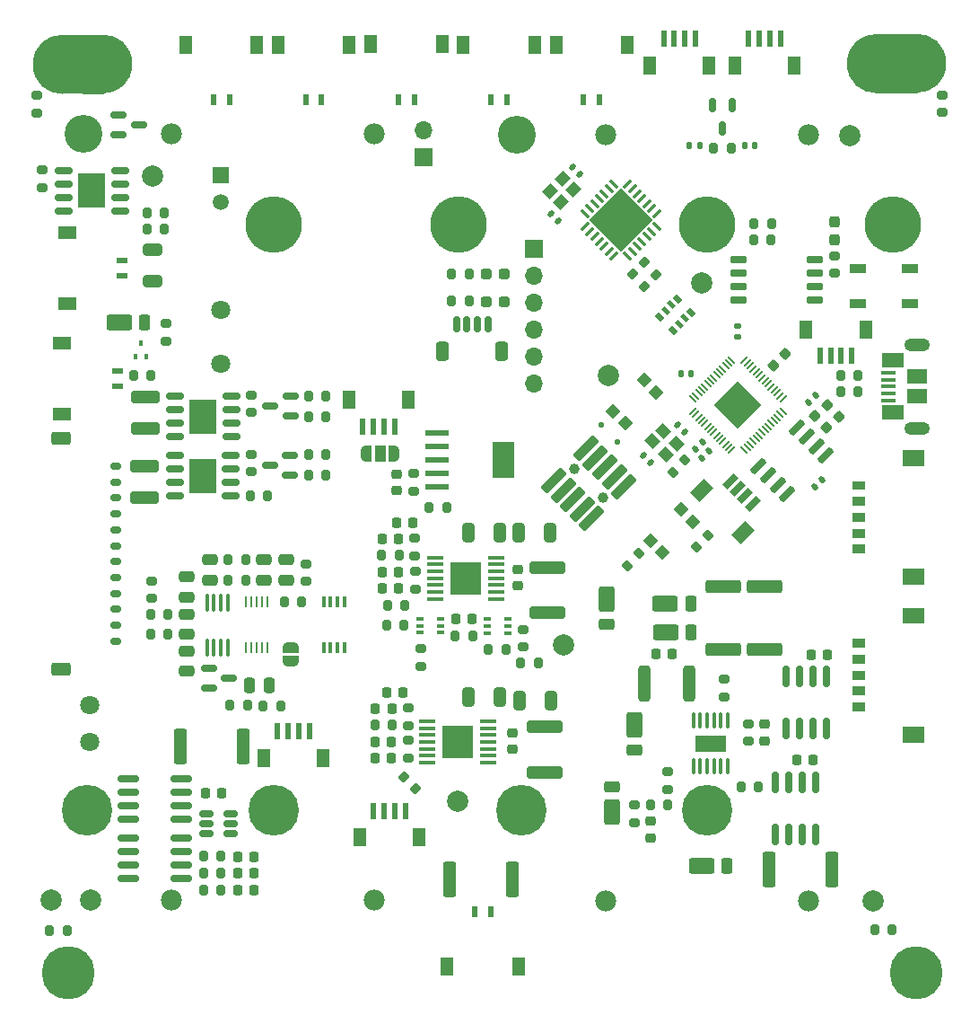
<source format=gbr>
%TF.GenerationSoftware,KiCad,Pcbnew,8.0.2-1*%
%TF.CreationDate,2024-06-12T20:01:09-07:00*%
%TF.ProjectId,battery_board_v3b,62617474-6572-4795-9f62-6f6172645f76,rev?*%
%TF.SameCoordinates,Original*%
%TF.FileFunction,Soldermask,Top*%
%TF.FilePolarity,Negative*%
%FSLAX46Y46*%
G04 Gerber Fmt 4.6, Leading zero omitted, Abs format (unit mm)*
G04 Created by KiCad (PCBNEW 8.0.2-1) date 2024-06-12 20:01:09*
%MOMM*%
%LPD*%
G01*
G04 APERTURE LIST*
G04 Aperture macros list*
%AMRoundRect*
0 Rectangle with rounded corners*
0 $1 Rounding radius*
0 $2 $3 $4 $5 $6 $7 $8 $9 X,Y pos of 4 corners*
0 Add a 4 corners polygon primitive as box body*
4,1,4,$2,$3,$4,$5,$6,$7,$8,$9,$2,$3,0*
0 Add four circle primitives for the rounded corners*
1,1,$1+$1,$2,$3*
1,1,$1+$1,$4,$5*
1,1,$1+$1,$6,$7*
1,1,$1+$1,$8,$9*
0 Add four rect primitives between the rounded corners*
20,1,$1+$1,$2,$3,$4,$5,0*
20,1,$1+$1,$4,$5,$6,$7,0*
20,1,$1+$1,$6,$7,$8,$9,0*
20,1,$1+$1,$8,$9,$2,$3,0*%
%AMRotRect*
0 Rectangle, with rotation*
0 The origin of the aperture is its center*
0 $1 length*
0 $2 width*
0 $3 Rotation angle, in degrees counterclockwise*
0 Add horizontal line*
21,1,$1,$2,0,0,$3*%
%AMFreePoly0*
4,1,19,0.550000,-0.750000,0.000000,-0.750000,0.000000,-0.744911,-0.071157,-0.744911,-0.207708,-0.704816,-0.327430,-0.627875,-0.420627,-0.520320,-0.479746,-0.390866,-0.500000,-0.250000,-0.500000,0.250000,-0.479746,0.390866,-0.420627,0.520320,-0.327430,0.627875,-0.207708,0.704816,-0.071157,0.744911,0.000000,0.744911,0.000000,0.750000,0.550000,0.750000,0.550000,-0.750000,0.550000,-0.750000,
$1*%
%AMFreePoly1*
4,1,19,0.000000,0.744911,0.071157,0.744911,0.207708,0.704816,0.327430,0.627875,0.420627,0.520320,0.479746,0.390866,0.500000,0.250000,0.500000,-0.250000,0.479746,-0.390866,0.420627,-0.520320,0.327430,-0.627875,0.207708,-0.704816,0.071157,-0.744911,0.000000,-0.744911,0.000000,-0.750000,-0.550000,-0.750000,-0.550000,0.750000,0.000000,0.750000,0.000000,0.744911,0.000000,0.744911,
$1*%
%AMFreePoly2*
4,1,19,0.500000,-0.750000,0.000000,-0.750000,0.000000,-0.744911,-0.071157,-0.744911,-0.207708,-0.704816,-0.327430,-0.627875,-0.420627,-0.520320,-0.479746,-0.390866,-0.500000,-0.250000,-0.500000,0.250000,-0.479746,0.390866,-0.420627,0.520320,-0.327430,0.627875,-0.207708,0.704816,-0.071157,0.744911,0.000000,0.744911,0.000000,0.750000,0.500000,0.750000,0.500000,-0.750000,0.500000,-0.750000,
$1*%
%AMFreePoly3*
4,1,19,0.000000,0.744911,0.071157,0.744911,0.207708,0.704816,0.327430,0.627875,0.420627,0.520320,0.479746,0.390866,0.500000,0.250000,0.500000,-0.250000,0.479746,-0.390866,0.420627,-0.520320,0.327430,-0.627875,0.207708,-0.704816,0.071157,-0.744911,0.000000,-0.744911,0.000000,-0.750000,-0.500000,-0.750000,-0.500000,0.750000,0.000000,0.750000,0.000000,0.744911,0.000000,0.744911,
$1*%
G04 Aperture macros list end*
%ADD10C,0.150000*%
%ADD11C,0.010000*%
%ADD12RoundRect,0.200000X0.275000X-0.200000X0.275000X0.200000X-0.275000X0.200000X-0.275000X-0.200000X0*%
%ADD13RotRect,0.600000X1.550000X135.000000*%
%ADD14RotRect,1.200000X1.800000X135.000000*%
%ADD15C,5.000000*%
%ADD16RoundRect,0.225000X-0.225000X-0.250000X0.225000X-0.250000X0.225000X0.250000X-0.225000X0.250000X0*%
%ADD17RoundRect,0.250000X-1.450000X0.312500X-1.450000X-0.312500X1.450000X-0.312500X1.450000X0.312500X0*%
%ADD18C,2.000000*%
%ADD19R,1.500000X0.900000*%
%ADD20RoundRect,0.150000X0.825000X0.150000X-0.825000X0.150000X-0.825000X-0.150000X0.825000X-0.150000X0*%
%ADD21RoundRect,0.150000X0.150000X0.625000X-0.150000X0.625000X-0.150000X-0.625000X0.150000X-0.625000X0*%
%ADD22RoundRect,0.250000X0.350000X0.650000X-0.350000X0.650000X-0.350000X-0.650000X0.350000X-0.650000X0*%
%ADD23R,0.650000X0.400000*%
%ADD24RoundRect,0.200000X-0.200000X-0.275000X0.200000X-0.275000X0.200000X0.275000X-0.200000X0.275000X0*%
%ADD25RoundRect,0.150000X0.662500X0.150000X-0.662500X0.150000X-0.662500X-0.150000X0.662500X-0.150000X0*%
%ADD26R,2.514000X3.200000*%
%ADD27RoundRect,0.150000X-0.512500X-0.150000X0.512500X-0.150000X0.512500X0.150000X-0.512500X0.150000X0*%
%ADD28RoundRect,0.140000X-0.021213X0.219203X-0.219203X0.021213X0.021213X-0.219203X0.219203X-0.021213X0*%
%ADD29R,0.600000X1.000000*%
%ADD30R,1.250000X1.800000*%
%ADD31RoundRect,0.140000X-0.219203X-0.021213X-0.021213X-0.219203X0.219203X0.021213X0.021213X0.219203X0*%
%ADD32RoundRect,0.200000X0.200000X0.275000X-0.200000X0.275000X-0.200000X-0.275000X0.200000X-0.275000X0*%
%ADD33RoundRect,0.225000X-0.250000X0.225000X-0.250000X-0.225000X0.250000X-0.225000X0.250000X0.225000X0*%
%ADD34RotRect,0.800000X0.500000X135.000000*%
%ADD35RotRect,0.800000X0.400000X135.000000*%
%ADD36RoundRect,0.250000X-0.650000X0.325000X-0.650000X-0.325000X0.650000X-0.325000X0.650000X0.325000X0*%
%ADD37RoundRect,0.200000X0.335876X0.053033X0.053033X0.335876X-0.335876X-0.053033X-0.053033X-0.335876X0*%
%ADD38RoundRect,0.225000X0.250000X-0.225000X0.250000X0.225000X-0.250000X0.225000X-0.250000X-0.225000X0*%
%ADD39RoundRect,0.250000X-0.475000X0.250000X-0.475000X-0.250000X0.475000X-0.250000X0.475000X0.250000X0*%
%ADD40RoundRect,0.150000X0.150000X-0.825000X0.150000X0.825000X-0.150000X0.825000X-0.150000X-0.825000X0*%
%ADD41R,2.200000X0.600000*%
%ADD42R,2.150000X3.450000*%
%ADD43RoundRect,0.150000X0.406586X0.618718X-0.618718X-0.406586X-0.406586X-0.618718X0.618718X0.406586X0*%
%ADD44RoundRect,0.050800X0.000000X0.636396X-0.636396X0.000000X0.000000X-0.636396X0.636396X0.000000X0*%
%ADD45RoundRect,0.225000X0.225000X0.250000X-0.225000X0.250000X-0.225000X-0.250000X0.225000X-0.250000X0*%
%ADD46RoundRect,0.050800X0.000000X-0.636396X0.636396X0.000000X0.000000X0.636396X-0.636396X0.000000X0*%
%ADD47RoundRect,0.150000X-0.662500X-0.150000X0.662500X-0.150000X0.662500X0.150000X-0.662500X0.150000X0*%
%ADD48RoundRect,0.150000X0.587500X0.150000X-0.587500X0.150000X-0.587500X-0.150000X0.587500X-0.150000X0*%
%ADD49RoundRect,0.250000X0.362500X1.425000X-0.362500X1.425000X-0.362500X-1.425000X0.362500X-1.425000X0*%
%ADD50RoundRect,0.250000X0.325000X0.650000X-0.325000X0.650000X-0.325000X-0.650000X0.325000X-0.650000X0*%
%ADD51R,1.700000X1.700000*%
%ADD52O,1.700000X1.700000*%
%ADD53R,0.600000X1.550000*%
%ADD54R,1.200000X1.800000*%
%ADD55C,1.800000*%
%ADD56R,3.000000X3.100000*%
%ADD57RoundRect,0.100000X-0.687500X-0.100000X0.687500X-0.100000X0.687500X0.100000X-0.687500X0.100000X0*%
%ADD58RoundRect,0.200000X0.053033X-0.335876X0.335876X-0.053033X-0.053033X0.335876X-0.335876X0.053033X0*%
%ADD59RoundRect,0.237500X-0.237500X0.287500X-0.237500X-0.287500X0.237500X-0.287500X0.237500X0.287500X0*%
%ADD60RoundRect,0.250000X-0.362500X-1.425000X0.362500X-1.425000X0.362500X1.425000X-0.362500X1.425000X0*%
%ADD61RoundRect,0.250000X-0.500000X0.950000X-0.500000X-0.950000X0.500000X-0.950000X0.500000X0.950000X0*%
%ADD62RoundRect,0.250000X-0.500000X0.275000X-0.500000X-0.275000X0.500000X-0.275000X0.500000X0.275000X0*%
%ADD63RoundRect,0.250000X0.950000X0.500000X-0.950000X0.500000X-0.950000X-0.500000X0.950000X-0.500000X0*%
%ADD64RoundRect,0.250000X0.275000X0.500000X-0.275000X0.500000X-0.275000X-0.500000X0.275000X-0.500000X0*%
%ADD65RoundRect,0.140000X0.219203X0.021213X0.021213X0.219203X-0.219203X-0.021213X-0.021213X-0.219203X0*%
%ADD66RoundRect,0.125000X0.176777X0.000000X0.000000X0.176777X-0.176777X0.000000X0.000000X-0.176777X0*%
%ADD67RoundRect,0.150000X-0.150000X0.512500X-0.150000X-0.512500X0.150000X-0.512500X0.150000X0.512500X0*%
%ADD68RoundRect,0.150000X-0.150000X0.825000X-0.150000X-0.825000X0.150000X-0.825000X0.150000X0.825000X0*%
%ADD69RoundRect,0.250000X-0.325000X-0.650000X0.325000X-0.650000X0.325000X0.650000X-0.325000X0.650000X0*%
%ADD70RoundRect,0.200000X-0.053033X0.335876X-0.335876X0.053033X0.053033X-0.335876X0.335876X-0.053033X0*%
%ADD71RoundRect,0.237500X-0.287500X-0.237500X0.287500X-0.237500X0.287500X0.237500X-0.287500X0.237500X0*%
%ADD72R,0.400000X0.510000*%
%ADD73RoundRect,0.250000X-1.425000X0.362500X-1.425000X-0.362500X1.425000X-0.362500X1.425000X0.362500X0*%
%ADD74RoundRect,0.200000X-0.275000X0.200000X-0.275000X-0.200000X0.275000X-0.200000X0.275000X0.200000X0*%
%ADD75R,1.000000X0.600000*%
%ADD76R,1.800000X1.250000*%
%ADD77RoundRect,0.100000X0.100000X-0.712500X0.100000X0.712500X-0.100000X0.712500X-0.100000X-0.712500X0*%
%ADD78RoundRect,0.150000X-0.650000X-0.150000X0.650000X-0.150000X0.650000X0.150000X-0.650000X0.150000X0*%
%ADD79RoundRect,0.150000X-0.587500X-0.150000X0.587500X-0.150000X0.587500X0.150000X-0.587500X0.150000X0*%
%ADD80FreePoly0,0.000000*%
%ADD81R,1.000000X1.500000*%
%ADD82FreePoly1,0.000000*%
%ADD83RoundRect,0.250000X1.100000X-0.325000X1.100000X0.325000X-1.100000X0.325000X-1.100000X-0.325000X0*%
%ADD84RoundRect,0.140000X0.170000X-0.140000X0.170000X0.140000X-0.170000X0.140000X-0.170000X-0.140000X0*%
%ADD85RoundRect,0.250000X1.425000X-0.362500X1.425000X0.362500X-1.425000X0.362500X-1.425000X-0.362500X0*%
%ADD86RoundRect,0.140000X-0.140000X-0.170000X0.140000X-0.170000X0.140000X0.170000X-0.140000X0.170000X0*%
%ADD87R,1.380000X0.450000*%
%ADD88O,2.416000X1.208000*%
%ADD89R,2.100000X1.475000*%
%ADD90R,1.900000X1.375000*%
%ADD91RoundRect,0.250000X0.500000X-0.950000X0.500000X0.950000X-0.500000X0.950000X-0.500000X-0.950000X0*%
%ADD92RoundRect,0.250000X0.500000X-0.275000X0.500000X0.275000X-0.500000X0.275000X-0.500000X-0.275000X0*%
%ADD93RoundRect,0.140000X0.140000X0.170000X-0.140000X0.170000X-0.140000X-0.170000X0.140000X-0.170000X0*%
%ADD94RoundRect,0.050000X-0.309359X0.238649X0.238649X-0.309359X0.309359X-0.238649X-0.238649X0.309359X0*%
%ADD95RoundRect,0.050000X-0.309359X-0.238649X-0.238649X-0.309359X0.309359X0.238649X0.238649X0.309359X0*%
%ADD96RotRect,3.200000X3.200000X315.000000*%
%ADD97RoundRect,0.250000X0.475000X-0.250000X0.475000X0.250000X-0.475000X0.250000X-0.475000X-0.250000X0*%
%ADD98R,0.250000X1.100000*%
%ADD99RoundRect,0.250000X-0.312500X-1.450000X0.312500X-1.450000X0.312500X1.450000X-0.312500X1.450000X0*%
%ADD100RoundRect,0.075000X0.362392X-0.256326X-0.256326X0.362392X-0.362392X0.256326X0.256326X-0.362392X0*%
%ADD101RoundRect,0.075000X0.362392X0.256326X0.256326X0.362392X-0.362392X-0.256326X-0.256326X-0.362392X0*%
%ADD102RotRect,4.250000X4.250000X135.000000*%
%ADD103C,1.000000*%
%ADD104RoundRect,0.050800X1.187939X0.650538X0.650538X1.187939X-1.187939X-0.650538X-0.650538X-1.187939X0*%
%ADD105RoundRect,0.150000X-0.350000X0.150000X-0.350000X-0.150000X0.350000X-0.150000X0.350000X0.150000X0*%
%ADD106RoundRect,0.250000X-0.650000X0.375000X-0.650000X-0.375000X0.650000X-0.375000X0.650000X0.375000X0*%
%ADD107R,1.508000X1.508000*%
%ADD108C,1.508000*%
%ADD109R,0.400000X1.100000*%
%ADD110RoundRect,0.225000X0.017678X-0.335876X0.335876X-0.017678X-0.017678X0.335876X-0.335876X0.017678X0*%
%ADD111RoundRect,0.225000X-0.335876X-0.017678X-0.017678X-0.335876X0.335876X0.017678X0.017678X0.335876X0*%
%ADD112RoundRect,0.100000X0.100000X-0.625000X0.100000X0.625000X-0.100000X0.625000X-0.100000X-0.625000X0*%
%ADD113R,2.850000X1.650000*%
%ADD114RotRect,1.150000X1.000000X315.000000*%
%ADD115RoundRect,0.250000X-0.250000X-0.475000X0.250000X-0.475000X0.250000X0.475000X-0.250000X0.475000X0*%
%ADD116RoundRect,0.140000X0.021213X-0.219203X0.219203X-0.021213X-0.021213X0.219203X-0.219203X0.021213X0*%
%ADD117RotRect,1.150000X1.000000X225.000000*%
%ADD118FreePoly2,270.000000*%
%ADD119FreePoly3,270.000000*%
%ADD120C,4.770000*%
%ADD121C,5.325000*%
%ADD122C,3.570000*%
%ADD123C,1.980000*%
G04 APERTURE END LIST*
D10*
X193457397Y-45800000D02*
G75*
G02*
X188042603Y-45800000I-2707397J0D01*
G01*
X188042603Y-45800000D02*
G75*
G02*
X193457397Y-45800000I2707397J0D01*
G01*
X190750000Y-48496747D02*
X194550000Y-48503254D01*
X113942531Y-48568739D02*
X117742531Y-48575246D01*
X197242408Y-45774702D02*
G75*
G02*
X191857592Y-45774702I-2692408J0D01*
G01*
X191857592Y-45774702D02*
G75*
G02*
X197242408Y-45774702I2692408J0D01*
G01*
X116649928Y-45871992D02*
G75*
G02*
X111235134Y-45871992I-2707397J0D01*
G01*
X111235134Y-45871992D02*
G75*
G02*
X116649928Y-45871992I2707397J0D01*
G01*
X120434939Y-45846694D02*
G75*
G02*
X115050123Y-45846694I-2692408J0D01*
G01*
X115050123Y-45846694D02*
G75*
G02*
X120434939Y-45846694I2692408J0D01*
G01*
X194600000Y-43096747D02*
X190800000Y-43103254D01*
X117792531Y-43168739D02*
X113992531Y-43175246D01*
D11*
%TO.C,J14*%
X189606200Y-100776200D02*
X188453800Y-100776200D01*
X188453800Y-100023800D01*
X189606200Y-100023800D01*
X189606200Y-100776200D01*
G36*
X189606200Y-100776200D02*
G01*
X188453800Y-100776200D01*
X188453800Y-100023800D01*
X189606200Y-100023800D01*
X189606200Y-100776200D01*
G37*
X189606200Y-102276200D02*
X188453800Y-102276200D01*
X188453800Y-101523800D01*
X189606200Y-101523800D01*
X189606200Y-102276200D01*
G36*
X189606200Y-102276200D02*
G01*
X188453800Y-102276200D01*
X188453800Y-101523800D01*
X189606200Y-101523800D01*
X189606200Y-102276200D01*
G37*
X189606200Y-103776200D02*
X188453800Y-103776200D01*
X188453800Y-103023800D01*
X189606200Y-103023800D01*
X189606200Y-103776200D01*
G36*
X189606200Y-103776200D02*
G01*
X188453800Y-103776200D01*
X188453800Y-103023800D01*
X189606200Y-103023800D01*
X189606200Y-103776200D01*
G37*
X189606200Y-105276200D02*
X188453800Y-105276200D01*
X188453800Y-104523800D01*
X189606200Y-104523800D01*
X189606200Y-105276200D01*
G36*
X189606200Y-105276200D02*
G01*
X188453800Y-105276200D01*
X188453800Y-104523800D01*
X189606200Y-104523800D01*
X189606200Y-105276200D01*
G37*
X189606200Y-106776200D02*
X188453800Y-106776200D01*
X188453800Y-106023800D01*
X189606200Y-106023800D01*
X189606200Y-106776200D01*
G36*
X189606200Y-106776200D02*
G01*
X188453800Y-106776200D01*
X188453800Y-106023800D01*
X189606200Y-106023800D01*
X189606200Y-106776200D01*
G37*
X195196200Y-98496200D02*
X193243800Y-98496200D01*
X193243800Y-97093800D01*
X195196200Y-97093800D01*
X195196200Y-98496200D01*
G36*
X195196200Y-98496200D02*
G01*
X193243800Y-98496200D01*
X193243800Y-97093800D01*
X195196200Y-97093800D01*
X195196200Y-98496200D01*
G37*
X195196200Y-109706200D02*
X193243800Y-109706200D01*
X193243800Y-108303800D01*
X195196200Y-108303800D01*
X195196200Y-109706200D01*
G36*
X195196200Y-109706200D02*
G01*
X193243800Y-109706200D01*
X193243800Y-108303800D01*
X195196200Y-108303800D01*
X195196200Y-109706200D01*
G37*
%TO.C,J15*%
X189616200Y-85906200D02*
X188463800Y-85906200D01*
X188463800Y-85153800D01*
X189616200Y-85153800D01*
X189616200Y-85906200D01*
G36*
X189616200Y-85906200D02*
G01*
X188463800Y-85906200D01*
X188463800Y-85153800D01*
X189616200Y-85153800D01*
X189616200Y-85906200D01*
G37*
X189616200Y-87406200D02*
X188463800Y-87406200D01*
X188463800Y-86653800D01*
X189616200Y-86653800D01*
X189616200Y-87406200D01*
G36*
X189616200Y-87406200D02*
G01*
X188463800Y-87406200D01*
X188463800Y-86653800D01*
X189616200Y-86653800D01*
X189616200Y-87406200D01*
G37*
X189616200Y-88906200D02*
X188463800Y-88906200D01*
X188463800Y-88153800D01*
X189616200Y-88153800D01*
X189616200Y-88906200D01*
G36*
X189616200Y-88906200D02*
G01*
X188463800Y-88906200D01*
X188463800Y-88153800D01*
X189616200Y-88153800D01*
X189616200Y-88906200D01*
G37*
X189616200Y-90406200D02*
X188463800Y-90406200D01*
X188463800Y-89653800D01*
X189616200Y-89653800D01*
X189616200Y-90406200D01*
G36*
X189616200Y-90406200D02*
G01*
X188463800Y-90406200D01*
X188463800Y-89653800D01*
X189616200Y-89653800D01*
X189616200Y-90406200D01*
G37*
X189616200Y-91906200D02*
X188463800Y-91906200D01*
X188463800Y-91153800D01*
X189616200Y-91153800D01*
X189616200Y-91906200D01*
G36*
X189616200Y-91906200D02*
G01*
X188463800Y-91906200D01*
X188463800Y-91153800D01*
X189616200Y-91153800D01*
X189616200Y-91906200D01*
G37*
X195206200Y-83626200D02*
X193253800Y-83626200D01*
X193253800Y-82223800D01*
X195206200Y-82223800D01*
X195206200Y-83626200D01*
G36*
X195206200Y-83626200D02*
G01*
X193253800Y-83626200D01*
X193253800Y-82223800D01*
X195206200Y-82223800D01*
X195206200Y-83626200D01*
G37*
X195206200Y-94836200D02*
X193253800Y-94836200D01*
X193253800Y-93433800D01*
X195206200Y-93433800D01*
X195206200Y-94836200D01*
G36*
X195206200Y-94836200D02*
G01*
X193253800Y-94836200D01*
X193253800Y-93433800D01*
X195206200Y-93433800D01*
X195206200Y-94836200D01*
G37*
%TD*%
D12*
%TO.C,R57*%
X186790000Y-65585000D03*
X186790000Y-63935000D03*
%TD*%
D13*
%TO.C,J21*%
X179057577Y-87283744D03*
X178350470Y-86576637D03*
X177643363Y-85869530D03*
X176936256Y-85162423D03*
D14*
X178191371Y-89988427D03*
X174231573Y-86028629D03*
%TD*%
D15*
%TO.C,*%
X194500000Y-131530000D03*
%TD*%
D16*
%TO.C,C1*%
X144082500Y-90615000D03*
X145632500Y-90615000D03*
%TD*%
D17*
%TO.C,L3*%
X159440000Y-108330000D03*
X159440000Y-112605000D03*
%TD*%
D18*
%TO.C,TP6*%
X122428000Y-56388000D03*
%TD*%
D19*
%TO.C,LED1*%
X193870000Y-68420000D03*
X193870000Y-65120000D03*
X188970000Y-65120000D03*
X188970000Y-68420000D03*
%TD*%
D20*
%TO.C,Q2*%
X125124999Y-122585000D03*
X125124999Y-121315000D03*
X125124999Y-120045000D03*
X125124999Y-118775000D03*
X120174999Y-118775000D03*
X120174999Y-120045000D03*
X120174999Y-121315000D03*
X120174999Y-122585000D03*
%TD*%
D21*
%TO.C,J27*%
X154110000Y-70395000D03*
X153110000Y-70395000D03*
X152110000Y-70395000D03*
X151110000Y-70395000D03*
D22*
X155410000Y-72920000D03*
X149810000Y-72920000D03*
%TD*%
D23*
%TO.C,Q3*%
X154057500Y-98180000D03*
X154057500Y-98830000D03*
X154057500Y-99480000D03*
X155957500Y-99480000D03*
X155957500Y-98830000D03*
X155957500Y-98180000D03*
%TD*%
D24*
%TO.C,R4*%
X127225000Y-120530000D03*
X128875000Y-120530000D03*
%TD*%
D25*
%TO.C,Q9*%
X129840002Y-86574999D03*
X129840002Y-85304999D03*
X129840002Y-84034999D03*
X129840002Y-82764999D03*
X124565002Y-82764999D03*
X124565002Y-84034999D03*
X124565002Y-85304999D03*
X124565002Y-86574999D03*
D26*
X127202502Y-84669999D03*
%TD*%
D27*
%TO.C,U1*%
X127542500Y-116500000D03*
X127542500Y-117450000D03*
X127542500Y-118400000D03*
X129817500Y-118400000D03*
X129817500Y-117450000D03*
X129817500Y-116500000D03*
%TD*%
D28*
%TO.C,C31*%
X185639411Y-85060589D03*
X184960589Y-85739411D03*
%TD*%
D29*
%TO.C,J7*%
X155870000Y-49225000D03*
X154370000Y-49225000D03*
D30*
X158475000Y-44035000D03*
X151765000Y-44035000D03*
%TD*%
D31*
%TO.C,C20*%
X171960589Y-79870589D03*
X172639411Y-80549411D03*
%TD*%
D32*
%TO.C,FB3*%
X131215000Y-94502499D03*
X129565000Y-94502499D03*
%TD*%
%TO.C,R19*%
X133285000Y-86564998D03*
X131635000Y-86564998D03*
%TD*%
D33*
%TO.C,C40*%
X180220000Y-108085000D03*
X180220000Y-109635000D03*
%TD*%
D12*
%TO.C,R60*%
X123750000Y-71955000D03*
X123750000Y-70305000D03*
%TD*%
D34*
%TO.C,R48*%
X171537868Y-70934924D03*
D35*
X172103553Y-70369239D03*
X172669239Y-69803553D03*
D34*
X173234924Y-69237868D03*
X171962132Y-67965076D03*
D35*
X171396447Y-68530761D03*
X170830761Y-69096447D03*
D34*
X170265076Y-69662132D03*
%TD*%
D29*
%TO.C,J8*%
X164610000Y-49245000D03*
X163110000Y-49245000D03*
D30*
X167215000Y-44055000D03*
X160505000Y-44055000D03*
%TD*%
D36*
%TO.C,C50*%
X122430000Y-63325000D03*
X122430000Y-66275000D03*
%TD*%
D32*
%TO.C,R31*%
X180825000Y-60880000D03*
X179175000Y-60880000D03*
%TD*%
D24*
%TO.C,R43*%
X169415000Y-115690000D03*
X171065000Y-115690000D03*
%TD*%
D37*
%TO.C,R40*%
X169963503Y-65683595D03*
X168796777Y-64516869D03*
%TD*%
D38*
%TO.C,C13*%
X145467500Y-86055000D03*
X145467500Y-84505000D03*
%TD*%
D39*
%TO.C,C18*%
X125665000Y-97682499D03*
X125665000Y-99582499D03*
%TD*%
D40*
%TO.C,U14*%
X182215000Y-108495000D03*
X183485000Y-108495000D03*
X184755000Y-108495000D03*
X186025000Y-108495000D03*
X186025000Y-103545000D03*
X184755000Y-103545000D03*
X183485000Y-103545000D03*
X182215000Y-103545000D03*
%TD*%
D41*
%TO.C,U6*%
X149270000Y-80630000D03*
X149270000Y-81900000D03*
X149270000Y-83170000D03*
X149270000Y-84440000D03*
X149270000Y-85710000D03*
D42*
X155570000Y-83170000D03*
%TD*%
D43*
%TO.C,U13*%
X185957838Y-82766238D03*
X185059813Y-81868213D03*
X184161787Y-80970187D03*
X183263762Y-80072162D03*
X179622162Y-83713762D03*
X180520187Y-84611787D03*
X181418213Y-85509813D03*
X182316238Y-86407838D03*
%TD*%
D44*
%TO.C,SW1*%
X167046117Y-79685254D03*
X169945254Y-76786117D03*
X165914746Y-78553883D03*
X168813883Y-75654746D03*
%TD*%
D24*
%TO.C,FB1*%
X132890000Y-106322499D03*
X134540000Y-106322499D03*
%TD*%
D45*
%TO.C,C49*%
X144995000Y-109710000D03*
X143445000Y-109710000D03*
%TD*%
D46*
%TO.C,SW2*%
X172313883Y-87844746D03*
X169414746Y-90743883D03*
X173445254Y-88976117D03*
X170546117Y-91875254D03*
%TD*%
D12*
%TO.C,R59*%
X112050000Y-57485000D03*
X112050000Y-55835000D03*
%TD*%
D18*
%TO.C,TP1*%
X161250000Y-100590000D03*
%TD*%
D16*
%TO.C,C12*%
X151052500Y-98160000D03*
X152602500Y-98160000D03*
%TD*%
%TO.C,C43*%
X144535000Y-105100000D03*
X146085000Y-105100000D03*
%TD*%
D47*
%TO.C,Q11*%
X114075000Y-55860000D03*
X114075000Y-57130000D03*
X114075000Y-58400000D03*
X114075000Y-59670000D03*
X119350000Y-59670000D03*
X119350000Y-58400000D03*
X119350000Y-57130000D03*
X119350000Y-55860000D03*
D26*
X116712500Y-57765000D03*
%TD*%
D38*
%TO.C,C6*%
X156907500Y-95015000D03*
X156907500Y-93465000D03*
%TD*%
D48*
%TO.C,Q7*%
X135407501Y-84619998D03*
X135407501Y-82719998D03*
X133532501Y-83669998D03*
%TD*%
D18*
%TO.C,TP2*%
X116620000Y-124620000D03*
%TD*%
D24*
%TO.C,R54*%
X187340000Y-76720000D03*
X188990000Y-76720000D03*
%TD*%
D49*
%TO.C,R1*%
X130962500Y-110200000D03*
X125037500Y-110200000D03*
%TD*%
D50*
%TO.C,C46*%
X155185000Y-105500000D03*
X152235000Y-105500000D03*
%TD*%
D51*
%TO.C,J25*%
X158440000Y-63220000D03*
D52*
X158440000Y-65760000D03*
X158440000Y-68300000D03*
X158440000Y-70840000D03*
X158440000Y-73380000D03*
X158440000Y-75920000D03*
%TD*%
D53*
%TO.C,J20*%
X173670000Y-43475000D03*
X172670000Y-43475000D03*
X171670000Y-43475000D03*
X170670000Y-43475000D03*
D54*
X174970000Y-46000000D03*
X169370000Y-46000000D03*
%TD*%
D12*
%TO.C,R62*%
X111540000Y-50465000D03*
X111540000Y-48815000D03*
%TD*%
D55*
%TO.C,J18*%
X116500000Y-109750000D03*
X116500000Y-106250000D03*
%TD*%
D56*
%TO.C,U3*%
X151977500Y-94300000D03*
D57*
X149115000Y-92350000D03*
X149115000Y-93000000D03*
X149115000Y-93650000D03*
X149115000Y-94300000D03*
X149115000Y-94950000D03*
X149115000Y-95600000D03*
X149115000Y-96250000D03*
X154840000Y-96250000D03*
X154840000Y-95600000D03*
X154840000Y-94950000D03*
X154840000Y-94300000D03*
X154840000Y-93650000D03*
X154840000Y-93000000D03*
X154840000Y-92350000D03*
%TD*%
D58*
%TO.C,R45*%
X173716637Y-91403363D03*
X174883363Y-90236637D03*
%TD*%
D51*
%TO.C,J1*%
X147990000Y-54600000D03*
D52*
X147990000Y-52060000D03*
%TD*%
D12*
%TO.C,R52*%
X178650000Y-109685000D03*
X178650000Y-108035000D03*
%TD*%
D32*
%TO.C,R10*%
X155762500Y-101060000D03*
X154112500Y-101060000D03*
%TD*%
D39*
%TO.C,C27*%
X132924999Y-92572500D03*
X132924999Y-94472500D03*
%TD*%
D24*
%TO.C,R53*%
X187340000Y-75180000D03*
X188990000Y-75180000D03*
%TD*%
D32*
%TO.C,R9*%
X122302500Y-75170000D03*
X120652500Y-75170000D03*
%TD*%
D58*
%TO.C,R36*%
X167200000Y-93110000D03*
X168366726Y-91943274D03*
%TD*%
D59*
%TO.C,D10*%
X186770000Y-62435000D03*
X186770000Y-60685000D03*
%TD*%
D60*
%TO.C,R49*%
X180597500Y-121770000D03*
X186522500Y-121770000D03*
%TD*%
D61*
%TO.C,D11*%
X165800000Y-116350000D03*
D62*
X165800000Y-113975000D03*
%TD*%
D63*
%TO.C,D4*%
X174250000Y-121420000D03*
D64*
X176625000Y-121420000D03*
%TD*%
D65*
%TO.C,C21*%
X169389411Y-83379411D03*
X168710589Y-82700589D03*
%TD*%
D66*
%TO.C,D8*%
X164772183Y-79872183D03*
X166327817Y-81427817D03*
%TD*%
D67*
%TO.C,D5*%
X177130000Y-49675000D03*
X175230000Y-49675000D03*
X176180000Y-51950000D03*
%TD*%
D68*
%TO.C,U12*%
X185025000Y-113555000D03*
X183755000Y-113555000D03*
X182485000Y-113555000D03*
X181215000Y-113555000D03*
X181215000Y-118505000D03*
X182485000Y-118505000D03*
X183755000Y-118505000D03*
X185025000Y-118505000D03*
%TD*%
D69*
%TO.C,C45*%
X157045000Y-105820000D03*
X159995000Y-105820000D03*
%TD*%
D12*
%TO.C,R6*%
X147137500Y-92210000D03*
X147137500Y-90560000D03*
%TD*%
D70*
%TO.C,R38*%
X172683363Y-83136637D03*
X171516637Y-84303363D03*
%TD*%
D71*
%TO.C,D2*%
X155670000Y-68240000D03*
X153920000Y-68240000D03*
%TD*%
D72*
%TO.C,Q4*%
X120841957Y-73425562D03*
X121841957Y-73425562D03*
X121341957Y-72135562D03*
%TD*%
D73*
%TO.C,R55*%
X176250000Y-95137500D03*
X176250000Y-101062500D03*
%TD*%
D24*
%TO.C,R37*%
X129760000Y-106302499D03*
X131410000Y-106302499D03*
%TD*%
D74*
%TO.C,R25*%
X147057500Y-84455000D03*
X147057500Y-86105000D03*
%TD*%
D24*
%TO.C,R26*%
X148552500Y-87640000D03*
X150202500Y-87640000D03*
%TD*%
D18*
%TO.C,TP9*%
X151200000Y-115300000D03*
%TD*%
D31*
%TO.C,C35*%
X160049866Y-59984315D03*
X160728688Y-60663137D03*
%TD*%
D75*
%TO.C,J10*%
X119570000Y-64340000D03*
X119570000Y-65840000D03*
D76*
X114380000Y-61735000D03*
X114380000Y-68445000D03*
%TD*%
D33*
%TO.C,C34*%
X169450000Y-117235000D03*
X169450000Y-118785000D03*
%TD*%
D29*
%TO.C,J5*%
X138390000Y-49192500D03*
X136890000Y-49192500D03*
D30*
X140995000Y-44002500D03*
X134285000Y-44002500D03*
%TD*%
D31*
%TO.C,C36*%
X162036836Y-55564897D03*
X162715658Y-56243719D03*
%TD*%
D39*
%TO.C,C16*%
X135085000Y-92592499D03*
X135085000Y-94492499D03*
%TD*%
D77*
%TO.C,U9*%
X127570000Y-100835000D03*
X128220000Y-100835000D03*
X128870000Y-100835000D03*
X129520000Y-100835000D03*
X129520000Y-96610000D03*
X128870000Y-96610000D03*
X128220000Y-96610000D03*
X127570000Y-96610000D03*
%TD*%
D32*
%TO.C,R47*%
X179615000Y-114000000D03*
X177965000Y-114000000D03*
%TD*%
D28*
%TO.C,C33*%
X174339411Y-81460589D03*
X173660589Y-82139411D03*
%TD*%
D50*
%TO.C,C4*%
X155225000Y-90000000D03*
X152275000Y-90000000D03*
%TD*%
D45*
%TO.C,C7*%
X131995000Y-123720000D03*
X130445000Y-123720000D03*
%TD*%
D12*
%TO.C,R20*%
X146540000Y-111260000D03*
X146540000Y-109610000D03*
%TD*%
D28*
%TO.C,C26*%
X185009411Y-77030589D03*
X184330589Y-77709411D03*
%TD*%
D24*
%TO.C,R12*%
X151012500Y-99750000D03*
X152662500Y-99750000D03*
%TD*%
D32*
%TO.C,R22*%
X138817501Y-82669999D03*
X137167501Y-82669999D03*
%TD*%
D78*
%TO.C,U8*%
X177720000Y-64275000D03*
X177720000Y-65545000D03*
X177720000Y-66815000D03*
X177720000Y-68085000D03*
X184920000Y-68085000D03*
X184920000Y-66815000D03*
X184920000Y-65545000D03*
X184920000Y-64275000D03*
%TD*%
D63*
%TO.C,D6*%
X170850000Y-99400000D03*
D64*
X173225000Y-99400000D03*
%TD*%
D12*
%TO.C,R15*%
X147777500Y-102595000D03*
X147777500Y-100945000D03*
%TD*%
D24*
%TO.C,R30*%
X121915000Y-59840000D03*
X123565000Y-59840000D03*
%TD*%
%TO.C,R56*%
X179155000Y-62450000D03*
X180805000Y-62450000D03*
%TD*%
D12*
%TO.C,R1043*%
X167900000Y-117325000D03*
X167900000Y-115675000D03*
%TD*%
D18*
%TO.C,TP8*%
X165470000Y-75160000D03*
%TD*%
D45*
%TO.C,C10*%
X145622500Y-95260000D03*
X144072500Y-95260000D03*
%TD*%
D23*
%TO.C,Q5*%
X149587500Y-99440000D03*
X149587500Y-98790000D03*
X149587500Y-98140000D03*
X147687500Y-98140000D03*
X147687500Y-98790000D03*
X147687500Y-99440000D03*
%TD*%
D48*
%TO.C,Q6*%
X135440002Y-79039999D03*
X135440002Y-77139999D03*
X133565002Y-78089999D03*
%TD*%
D32*
%TO.C,FB2*%
X131210000Y-92552500D03*
X129560000Y-92552500D03*
%TD*%
D45*
%TO.C,C11*%
X145627500Y-93730000D03*
X144077500Y-93730000D03*
%TD*%
D79*
%TO.C,U10*%
X127767500Y-102802500D03*
X127767500Y-104702500D03*
X129642500Y-103752500D03*
%TD*%
D45*
%TO.C,C8*%
X132015001Y-120540000D03*
X130465001Y-120540000D03*
%TD*%
D32*
%TO.C,R64*%
X114375000Y-127540000D03*
X112725000Y-127540000D03*
%TD*%
%TO.C,R3*%
X128885000Y-123740000D03*
X127235000Y-123740000D03*
%TD*%
%TO.C,R29*%
X123555000Y-61400000D03*
X121905000Y-61400000D03*
%TD*%
D53*
%TO.C,J16*%
X137250000Y-108725000D03*
X136250000Y-108725000D03*
X135250000Y-108725000D03*
X134250000Y-108725000D03*
D54*
X138550000Y-111250000D03*
X132950000Y-111250000D03*
%TD*%
D24*
%TO.C,R13*%
X157182500Y-102260000D03*
X158832500Y-102260000D03*
%TD*%
D16*
%TO.C,C44*%
X143455000Y-106620000D03*
X145005000Y-106620000D03*
%TD*%
D18*
%TO.C,TP5*%
X188260000Y-52580000D03*
%TD*%
D16*
%TO.C,C42*%
X184575000Y-101520000D03*
X186125000Y-101520000D03*
%TD*%
D80*
%TO.C,JP1*%
X142607500Y-82550000D03*
D81*
X143907500Y-82550000D03*
D82*
X145207500Y-82550000D03*
%TD*%
D45*
%TO.C,C9*%
X132005000Y-122090000D03*
X130455000Y-122090000D03*
%TD*%
D83*
%TO.C,C14*%
X121732500Y-80184998D03*
X121732500Y-77234998D03*
%TD*%
D84*
%TO.C,C29*%
X177630000Y-71530000D03*
X177630000Y-70570000D03*
%TD*%
D85*
%TO.C,R50*%
X180200000Y-101062500D03*
X180200000Y-95137500D03*
%TD*%
D86*
%TO.C,C37*%
X178297500Y-53492500D03*
X179257500Y-53492500D03*
%TD*%
D37*
%TO.C,R61*%
X147283363Y-114183363D03*
X146116637Y-113016637D03*
%TD*%
D87*
%TO.C,J24*%
X191890000Y-74947500D03*
X191890000Y-75597500D03*
X191890000Y-76247500D03*
X191890000Y-76897500D03*
X191890000Y-77547500D03*
D88*
X194550000Y-80197500D03*
D89*
X192250000Y-78710000D03*
D90*
X194550000Y-77185000D03*
X194550000Y-75310000D03*
D89*
X192250000Y-73785000D03*
D88*
X194550000Y-72297500D03*
%TD*%
D38*
%TO.C,C47*%
X156380000Y-110455000D03*
X156380000Y-108905000D03*
%TD*%
D12*
%TO.C,R63*%
X196970000Y-50395000D03*
X196970000Y-48745000D03*
%TD*%
D91*
%TO.C,D7*%
X167900000Y-108100000D03*
D92*
X167900000Y-110475000D03*
%TD*%
D74*
%TO.C,R27*%
X131742501Y-77054999D03*
X131742501Y-78704999D03*
%TD*%
D16*
%TO.C,C2*%
X145447500Y-89075000D03*
X146997500Y-89075000D03*
%TD*%
D32*
%TO.C,R39*%
X152310000Y-68160000D03*
X150660000Y-68160000D03*
%TD*%
D24*
%TO.C,R23*%
X137147502Y-79059999D03*
X138797502Y-79059999D03*
%TD*%
D56*
%TO.C,U5*%
X151250000Y-109750000D03*
D57*
X148387500Y-107800000D03*
X148387500Y-108450000D03*
X148387500Y-109100000D03*
X148387500Y-109750000D03*
X148387500Y-110400000D03*
X148387500Y-111050000D03*
X148387500Y-111700000D03*
X154112500Y-111700000D03*
X154112500Y-111050000D03*
X154112500Y-110400000D03*
X154112500Y-109750000D03*
X154112500Y-109100000D03*
X154112500Y-108450000D03*
X154112500Y-107800000D03*
%TD*%
D53*
%TO.C,J22*%
X181700000Y-43475000D03*
X180700000Y-43475000D03*
X179700000Y-43475000D03*
X178700000Y-43475000D03*
D54*
X183000000Y-46000000D03*
X177400000Y-46000000D03*
%TD*%
D93*
%TO.C,C32*%
X173270000Y-75050000D03*
X172310000Y-75050000D03*
%TD*%
D94*
%TO.C,IC3*%
X177074326Y-73728730D03*
X176791483Y-74011573D03*
X176508641Y-74294415D03*
X176225798Y-74577258D03*
X175942955Y-74860101D03*
X175660113Y-75142943D03*
X175377270Y-75425786D03*
X175094427Y-75708629D03*
X174811584Y-75991472D03*
X174528742Y-76274314D03*
X174245899Y-76557157D03*
X173963056Y-76840000D03*
X173680214Y-77122842D03*
X173397371Y-77405685D03*
D95*
X173397371Y-78590089D03*
X173680214Y-78872932D03*
X173963056Y-79155774D03*
X174245899Y-79438617D03*
X174528742Y-79721460D03*
X174811584Y-80004302D03*
X175094427Y-80287145D03*
X175377270Y-80569988D03*
X175660113Y-80852831D03*
X175942955Y-81135673D03*
X176225798Y-81418516D03*
X176508641Y-81701359D03*
X176791483Y-81984201D03*
X177074326Y-82267044D03*
D94*
X178258730Y-82267044D03*
X178541573Y-81984201D03*
X178824415Y-81701359D03*
X179107258Y-81418516D03*
X179390101Y-81135673D03*
X179672943Y-80852831D03*
X179955786Y-80569988D03*
X180238629Y-80287145D03*
X180521472Y-80004302D03*
X180804314Y-79721460D03*
X181087157Y-79438617D03*
X181370000Y-79155774D03*
X181652842Y-78872932D03*
X181935685Y-78590089D03*
D95*
X181935685Y-77405685D03*
X181652842Y-77122842D03*
X181370000Y-76840000D03*
X181087157Y-76557157D03*
X180804314Y-76274314D03*
X180521472Y-75991472D03*
X180238629Y-75708629D03*
X179955786Y-75425786D03*
X179672943Y-75142943D03*
X179390101Y-74860101D03*
X179107258Y-74577258D03*
X178824415Y-74294415D03*
X178541573Y-74011573D03*
X178258730Y-73728730D03*
D96*
X177666528Y-77997887D03*
%TD*%
D83*
%TO.C,C15*%
X121702500Y-86725000D03*
X121702500Y-83775000D03*
%TD*%
D24*
%TO.C,R18*%
X143405000Y-108150000D03*
X145055000Y-108150000D03*
%TD*%
%TO.C,R8*%
X144032500Y-92145000D03*
X145682500Y-92145000D03*
%TD*%
D97*
%TO.C,C17*%
X125675000Y-103082499D03*
X125675000Y-101182499D03*
%TD*%
D98*
%TO.C,U7*%
X133265001Y-96572500D03*
X132765001Y-96572500D03*
X132265001Y-96572500D03*
X131765001Y-96572500D03*
X131265001Y-96572500D03*
X131265001Y-100872500D03*
X131765001Y-100872500D03*
X132265001Y-100872500D03*
X132765001Y-100872500D03*
X133265001Y-100872500D03*
%TD*%
D18*
%TO.C,TP7*%
X174250000Y-66500000D03*
%TD*%
D86*
%TO.C,C38*%
X173097500Y-53532500D03*
X174057500Y-53532500D03*
%TD*%
D53*
%TO.C,J11*%
X142264000Y-79995000D03*
X143264000Y-79995000D03*
X144264000Y-79995000D03*
X145264000Y-79995000D03*
D54*
X140964000Y-77470000D03*
X146564000Y-77470000D03*
%TD*%
D99*
%TO.C,L2*%
X168822500Y-104250000D03*
X173097500Y-104250000D03*
%TD*%
D24*
%TO.C,R33*%
X122270001Y-99592499D03*
X123920001Y-99592499D03*
%TD*%
D100*
%TO.C,U11*%
X167239374Y-63935274D03*
X167698994Y-63475654D03*
X168158613Y-63016035D03*
X168618232Y-62556415D03*
X169077852Y-62096796D03*
X169537471Y-61637177D03*
X169997091Y-61177557D03*
D101*
X169997091Y-59922443D03*
X169537471Y-59462823D03*
X169077852Y-59003204D03*
X168618232Y-58543585D03*
X168158613Y-58083965D03*
X167698994Y-57624346D03*
X167239374Y-57164726D03*
D100*
X165984260Y-57164726D03*
X165524640Y-57624346D03*
X165065021Y-58083965D03*
X164605402Y-58543585D03*
X164145782Y-59003204D03*
X163686163Y-59462823D03*
X163226543Y-59922443D03*
D101*
X163226543Y-61177557D03*
X163686163Y-61637177D03*
X164145782Y-62096796D03*
X164605402Y-62556415D03*
X165065021Y-63016035D03*
X165524640Y-63475654D03*
X165984260Y-63935274D03*
D102*
X166611817Y-60550000D03*
%TD*%
D103*
%TO.C,J23*%
X164940000Y-86730000D03*
X162245924Y-84035924D03*
D104*
X166909293Y-85658734D03*
X163868734Y-88699293D03*
X166011267Y-84760708D03*
X162970708Y-87801267D03*
X165113242Y-83862682D03*
X162072682Y-86903242D03*
X164215216Y-82964657D03*
X161174657Y-86005216D03*
X163317190Y-82066631D03*
X160276631Y-85107190D03*
%TD*%
D24*
%TO.C,R7*%
X144582500Y-96900000D03*
X146232500Y-96900000D03*
%TD*%
D97*
%TO.C,C24*%
X127845000Y-94482500D03*
X127845000Y-92582500D03*
%TD*%
D20*
%TO.C,Q1*%
X125114999Y-117025000D03*
X125114999Y-115755000D03*
X125114999Y-114485000D03*
X125114999Y-113215000D03*
X120164999Y-113215000D03*
X120164999Y-114485000D03*
X120164999Y-115755000D03*
X120164999Y-117025000D03*
%TD*%
D24*
%TO.C,R65*%
X190560000Y-127400000D03*
X192210000Y-127400000D03*
%TD*%
D32*
%TO.C,R17*%
X146182500Y-98700000D03*
X144532500Y-98700000D03*
%TD*%
D74*
%TO.C,R44*%
X171000000Y-112555000D03*
X171000000Y-114205000D03*
%TD*%
D105*
%TO.C,J12*%
X119000000Y-83750001D03*
X119000000Y-85250000D03*
X119000000Y-86750000D03*
X119000000Y-88250000D03*
X119000000Y-89750000D03*
X119000000Y-91249999D03*
X119000000Y-92750001D03*
X119000000Y-94250000D03*
X119000000Y-95750000D03*
X119000000Y-97250000D03*
X119000000Y-98750000D03*
X119000000Y-100249999D03*
D106*
X113810000Y-81145000D03*
X113810000Y-102855000D03*
%TD*%
D79*
%TO.C,Q10*%
X119252500Y-50650000D03*
X119252500Y-52550000D03*
X121127500Y-51600000D03*
%TD*%
D107*
%TO.C,K1*%
X128862500Y-56350000D03*
D108*
X128862500Y-58890000D03*
D55*
X128862500Y-74130000D03*
X128862500Y-69050000D03*
%TD*%
D24*
%TO.C,R5*%
X127235001Y-122070000D03*
X128885001Y-122070000D03*
%TD*%
D32*
%TO.C,R21*%
X138807501Y-77109998D03*
X137157501Y-77109998D03*
%TD*%
D29*
%TO.C,J9*%
X129690000Y-49222500D03*
X128190000Y-49222500D03*
D30*
X132295000Y-44032500D03*
X125585000Y-44032500D03*
%TD*%
D32*
%TO.C,R46*%
X177032500Y-53762500D03*
X175382500Y-53762500D03*
%TD*%
D109*
%TO.C,IC2*%
X140545000Y-96550000D03*
X139895000Y-96550000D03*
X139245000Y-96550000D03*
X138595000Y-96550000D03*
X138595000Y-100850000D03*
X139245000Y-100850000D03*
X139895000Y-100850000D03*
X140545000Y-100850000D03*
%TD*%
D63*
%TO.C,D1*%
X119300000Y-70200000D03*
D64*
X121675000Y-70200000D03*
%TD*%
D53*
%TO.C,J19*%
X146300000Y-116225000D03*
X145300000Y-116225000D03*
X144300000Y-116225000D03*
X143300000Y-116225000D03*
D54*
X147600000Y-118750000D03*
X142000000Y-118750000D03*
%TD*%
D110*
%TO.C,C23*%
X181041992Y-74288008D03*
X182138008Y-73191992D03*
%TD*%
D111*
%TO.C,C28*%
X186071992Y-77961992D03*
X187168008Y-79058008D03*
%TD*%
D12*
%TO.C,R32*%
X122335000Y-96207501D03*
X122335000Y-94557501D03*
%TD*%
D69*
%TO.C,C3*%
X157025000Y-90000000D03*
X159975000Y-90000000D03*
%TD*%
D12*
%TO.C,R2*%
X136900000Y-94607499D03*
X136900000Y-92957499D03*
%TD*%
D25*
%TO.C,Q8*%
X129857500Y-80990000D03*
X129857500Y-79720000D03*
X129857500Y-78450000D03*
X129857500Y-77180000D03*
X124582500Y-77180000D03*
X124582500Y-78450000D03*
X124582500Y-79720000D03*
X124582500Y-80990000D03*
D26*
X127220000Y-79085000D03*
%TD*%
D12*
%TO.C,R16*%
X146540000Y-108215000D03*
X146540000Y-106565000D03*
%TD*%
D97*
%TO.C,C19*%
X125685001Y-96102500D03*
X125685001Y-94202500D03*
%TD*%
D60*
%TO.C,R58*%
X150457500Y-122710000D03*
X156382500Y-122710000D03*
%TD*%
D15*
%TO.C,*%
X114500000Y-131530000D03*
%TD*%
D18*
%TO.C,TP4*%
X112860000Y-124670000D03*
%TD*%
D17*
%TO.C,L1*%
X159727500Y-93312500D03*
X159727500Y-97587500D03*
%TD*%
D18*
%TO.C,TP3*%
X190450000Y-124720000D03*
%TD*%
D45*
%TO.C,C48*%
X144995000Y-111270000D03*
X143445000Y-111270000D03*
%TD*%
D112*
%TO.C,IC4*%
X173465000Y-112030000D03*
X174115000Y-112030000D03*
X174765000Y-112030000D03*
X175415000Y-112030000D03*
X176065000Y-112030000D03*
X176715000Y-112030000D03*
X176715000Y-107730000D03*
X176065000Y-107730000D03*
X175415000Y-107730000D03*
X174765000Y-107730000D03*
X174115000Y-107730000D03*
X173465000Y-107730000D03*
D113*
X175090000Y-109880000D03*
%TD*%
D91*
%TO.C,D12*%
X165300000Y-96250000D03*
D92*
X165300000Y-98625000D03*
%TD*%
D114*
%TO.C,Y1*%
X169616307Y-81406256D03*
X170853744Y-82643693D03*
X171843693Y-81653744D03*
X170606256Y-80416307D03*
%TD*%
D12*
%TO.C,R11*%
X147237500Y-95325000D03*
X147237500Y-93675000D03*
%TD*%
D29*
%TO.C,J17*%
X152840000Y-125740000D03*
X154340000Y-125740000D03*
D30*
X150235000Y-130930000D03*
X156945000Y-130930000D03*
%TD*%
D32*
%TO.C,R35*%
X136530000Y-96502499D03*
X134880000Y-96502499D03*
%TD*%
D63*
%TO.C,D9*%
X170825000Y-96700000D03*
D64*
X173200000Y-96700000D03*
%TD*%
D32*
%TO.C,R34*%
X123910001Y-97682499D03*
X122260001Y-97682499D03*
%TD*%
D12*
%TO.C,R51*%
X176360000Y-105505000D03*
X176360000Y-103855000D03*
%TD*%
D24*
%TO.C,R24*%
X137147501Y-84639998D03*
X138797501Y-84639998D03*
%TD*%
D16*
%TO.C,C39*%
X169935000Y-101470000D03*
X171485000Y-101470000D03*
%TD*%
D115*
%TO.C,C22*%
X131555000Y-104442499D03*
X133455000Y-104442499D03*
%TD*%
D16*
%TO.C,C5*%
X127395000Y-114610000D03*
X128945000Y-114610000D03*
%TD*%
D29*
%TO.C,J6*%
X147145000Y-49175000D03*
X145645000Y-49175000D03*
D30*
X149750000Y-43985000D03*
X143040000Y-43985000D03*
%TD*%
D16*
%TO.C,C41*%
X183215000Y-111430000D03*
X184765000Y-111430000D03*
%TD*%
D116*
%TO.C,C25*%
X174240589Y-83009411D03*
X174919411Y-82330589D03*
%TD*%
D75*
%TO.C,J3*%
X119107500Y-74750000D03*
X119107500Y-76250000D03*
D76*
X113917500Y-72145000D03*
X113917500Y-78855000D03*
%TD*%
D37*
%TO.C,R42*%
X168863952Y-66790217D03*
X167697226Y-65623491D03*
%TD*%
D12*
%TO.C,R14*%
X157427500Y-100785000D03*
X157427500Y-99135000D03*
%TD*%
D74*
%TO.C,R28*%
X131712500Y-82625000D03*
X131712500Y-84275000D03*
%TD*%
D117*
%TO.C,Y2*%
X161170631Y-56643235D03*
X159933194Y-57880672D03*
X160923143Y-58870621D03*
X162160580Y-57633184D03*
%TD*%
D53*
%TO.C,J26*%
X185410000Y-73365000D03*
X186410000Y-73365000D03*
X187410000Y-73365000D03*
X188410000Y-73365000D03*
D54*
X184110000Y-70840000D03*
X189710000Y-70840000D03*
%TD*%
D118*
%TO.C,JP2*%
X135485000Y-100822499D03*
D119*
X135485000Y-102122499D03*
%TD*%
D71*
%TO.C,D3*%
X155655000Y-65610000D03*
X153905000Y-65610000D03*
%TD*%
D32*
%TO.C,R41*%
X152320000Y-65610000D03*
X150670000Y-65610000D03*
%TD*%
D111*
%TO.C,C30*%
X184961992Y-79041992D03*
X186058008Y-80138008D03*
%TD*%
D120*
%TO.C,U2*%
X133828500Y-116160000D03*
X116298500Y-116160000D03*
D121*
X133828500Y-60960000D03*
X151298500Y-60960000D03*
D122*
X115878500Y-52450000D03*
D123*
X124248500Y-124670000D03*
X143378500Y-124670000D03*
X124248500Y-52450000D03*
X143378500Y-52450000D03*
%TD*%
D120*
%TO.C,U4*%
X174790000Y-116180000D03*
X157260000Y-116180000D03*
D121*
X174790000Y-60980000D03*
X192260000Y-60980000D03*
D122*
X156840000Y-52470000D03*
D123*
X165210000Y-124690000D03*
X184340000Y-124690000D03*
X165210000Y-52470000D03*
X184340000Y-52470000D03*
%TD*%
G36*
X190649101Y-43097557D02*
G01*
X194544357Y-43088889D01*
X194553847Y-43089226D01*
X195201211Y-43136673D01*
X195240463Y-43146028D01*
X195809453Y-43383108D01*
X195832439Y-43395632D01*
X196294118Y-43713464D01*
X196315903Y-43732491D01*
X196797421Y-44262162D01*
X196812678Y-44282842D01*
X196990826Y-44584467D01*
X197004447Y-44617483D01*
X197246299Y-45568283D01*
X197250179Y-45597840D01*
X197255688Y-46059477D01*
X197247855Y-46104738D01*
X196910529Y-47015638D01*
X196901770Y-47034394D01*
X196714529Y-47362067D01*
X196696338Y-47386485D01*
X196273225Y-47830417D01*
X196257617Y-47844286D01*
X195874574Y-48131568D01*
X195856456Y-48142892D01*
X195561997Y-48293849D01*
X195536981Y-48303471D01*
X194815953Y-48495746D01*
X194783487Y-48500000D01*
X190461364Y-48500000D01*
X190438824Y-48497968D01*
X189920479Y-48403723D01*
X189881803Y-48389885D01*
X189410275Y-48127784D01*
X189398255Y-48120184D01*
X189058503Y-47877504D01*
X189049896Y-47870774D01*
X188851117Y-47700954D01*
X188848943Y-47699054D01*
X188543702Y-47425941D01*
X188518320Y-47394555D01*
X188331925Y-47068364D01*
X188325691Y-47055901D01*
X188157158Y-46666538D01*
X188147764Y-46632115D01*
X188099980Y-46249843D01*
X188044538Y-45815175D01*
X188044353Y-45784808D01*
X188111784Y-45199677D01*
X188115804Y-45179487D01*
X188210816Y-44846945D01*
X188216033Y-44832214D01*
X188394886Y-44412013D01*
X188407468Y-44389289D01*
X188730223Y-43926438D01*
X188759673Y-43896457D01*
X189100004Y-43649996D01*
X189382410Y-43414658D01*
X189421624Y-43392467D01*
X190169585Y-43131916D01*
X190190320Y-43126617D01*
X190462352Y-43081278D01*
X190497241Y-43080364D01*
X190649101Y-43097557D01*
G37*
G36*
X113841632Y-43169549D02*
G01*
X117736888Y-43160881D01*
X117746378Y-43161218D01*
X118393742Y-43208665D01*
X118432994Y-43218020D01*
X119001984Y-43455100D01*
X119024970Y-43467624D01*
X119486649Y-43785456D01*
X119508434Y-43804483D01*
X119989952Y-44334154D01*
X120005209Y-44354834D01*
X120183357Y-44656459D01*
X120196978Y-44689475D01*
X120438830Y-45640275D01*
X120442710Y-45669832D01*
X120448219Y-46131469D01*
X120440386Y-46176730D01*
X120103060Y-47087630D01*
X120094301Y-47106386D01*
X119907060Y-47434059D01*
X119888869Y-47458477D01*
X119465756Y-47902409D01*
X119450148Y-47916278D01*
X119067105Y-48203560D01*
X119048987Y-48214884D01*
X118754528Y-48365841D01*
X118729512Y-48375463D01*
X118008484Y-48567738D01*
X117976018Y-48571992D01*
X113653895Y-48571992D01*
X113631355Y-48569960D01*
X113113010Y-48475715D01*
X113074334Y-48461877D01*
X112602806Y-48199776D01*
X112590786Y-48192176D01*
X112251034Y-47949496D01*
X112242427Y-47942766D01*
X112043648Y-47772946D01*
X112041474Y-47771046D01*
X111736233Y-47497933D01*
X111710851Y-47466547D01*
X111524456Y-47140356D01*
X111518222Y-47127893D01*
X111349689Y-46738530D01*
X111340295Y-46704107D01*
X111292511Y-46321835D01*
X111237069Y-45887167D01*
X111236884Y-45856800D01*
X111304315Y-45271669D01*
X111308335Y-45251479D01*
X111403347Y-44918937D01*
X111408564Y-44904206D01*
X111587417Y-44484005D01*
X111599999Y-44461281D01*
X111922754Y-43998430D01*
X111952204Y-43968449D01*
X112292535Y-43721988D01*
X112574941Y-43486650D01*
X112614155Y-43464459D01*
X113362116Y-43203908D01*
X113382851Y-43198609D01*
X113654883Y-43153270D01*
X113689772Y-43152356D01*
X113841632Y-43169549D01*
G37*
M02*

</source>
